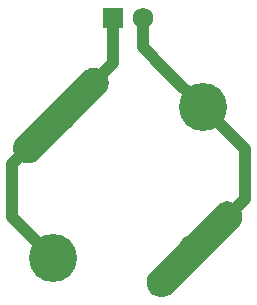
<source format=gtl>
G04 #@! TF.GenerationSoftware,KiCad,Pcbnew,6.0.0-rc1-unknown-7dfc4e3~65~ubuntu18.04.1*
G04 #@! TF.CreationDate,2018-07-28T12:11:48+05:30*
G04 #@! TF.ProjectId,airmount,6169726D6F756E742E6B696361645F70,rev?*
G04 #@! TF.SameCoordinates,Original*
G04 #@! TF.FileFunction,Copper,L1,Top,Signal*
G04 #@! TF.FilePolarity,Positive*
%FSLAX46Y46*%
G04 Gerber Fmt 4.6, Leading zero omitted, Abs format (unit mm)*
G04 Created by KiCad (PCBNEW 6.0.0-rc1-unknown-7dfc4e3~65~ubuntu18.04.1) date Sat Jul 28 12:11:48 2018*
%MOMM*%
%LPD*%
G01*
G04 APERTURE LIST*
G04 #@! TA.AperFunction,ComponentPad*
%ADD10C,4.064000*%
G04 #@! TD*
G04 #@! TA.AperFunction,Conductor*
%ADD11C,0.100000*%
G04 #@! TD*
G04 #@! TA.AperFunction,ComponentPad*
%ADD12C,2.540000*%
G04 #@! TD*
G04 #@! TA.AperFunction,ComponentPad*
%ADD13R,1.750000X1.750000*%
G04 #@! TD*
G04 #@! TA.AperFunction,ComponentPad*
%ADD14C,1.750000*%
G04 #@! TD*
G04 #@! TA.AperFunction,ViaPad*
%ADD15C,0.800000*%
G04 #@! TD*
G04 #@! TA.AperFunction,Conductor*
%ADD16C,1.016000*%
G04 #@! TD*
G04 APERTURE END LIST*
D10*
G04 #@! TO.P,M1,2*
G04 #@! TO.N,GND*
X133358021Y-82541979D03*
G04 #@! TO.P,M1,1*
G04 #@! TO.N,Net-(J1-Pad1)*
X120641979Y-95258021D03*
G04 #@! TD*
D11*
G04 #@! TO.N,GND*
G04 #@! TO.C,M2*
G36*
X135565922Y-90509796D02*
X135689205Y-90528084D01*
X135810102Y-90558367D01*
X135927448Y-90600354D01*
X136040114Y-90653641D01*
X136147014Y-90717715D01*
X136247119Y-90791958D01*
X136339466Y-90875655D01*
X136339467Y-90875656D01*
X136423164Y-90968003D01*
X136497407Y-91068108D01*
X136561481Y-91175008D01*
X136614768Y-91287674D01*
X136656755Y-91405020D01*
X136687038Y-91525917D01*
X136705326Y-91649200D01*
X136711441Y-91773682D01*
X136705326Y-91898164D01*
X136687038Y-92021447D01*
X136656755Y-92142344D01*
X136614768Y-92259690D01*
X136561481Y-92372356D01*
X136497407Y-92479256D01*
X136423164Y-92579361D01*
X136339467Y-92671708D01*
X130771708Y-98239467D01*
X130679361Y-98323164D01*
X130579256Y-98397407D01*
X130472356Y-98461481D01*
X130359690Y-98514768D01*
X130242344Y-98556755D01*
X130121447Y-98587038D01*
X129998164Y-98605326D01*
X129873682Y-98611441D01*
X129749200Y-98605326D01*
X129625917Y-98587038D01*
X129505020Y-98556755D01*
X129387674Y-98514768D01*
X129275008Y-98461481D01*
X129168108Y-98397407D01*
X129068003Y-98323164D01*
X128975656Y-98239467D01*
X128975655Y-98239466D01*
X128891958Y-98147119D01*
X128817715Y-98047014D01*
X128753641Y-97940114D01*
X128700354Y-97827448D01*
X128658367Y-97710102D01*
X128628084Y-97589205D01*
X128609796Y-97465922D01*
X128603681Y-97341440D01*
X128609796Y-97216958D01*
X128628084Y-97093675D01*
X128658367Y-96972778D01*
X128700354Y-96855432D01*
X128753641Y-96742766D01*
X128817715Y-96635866D01*
X128891958Y-96535761D01*
X128975655Y-96443414D01*
X134543414Y-90875655D01*
X134635761Y-90791958D01*
X134735866Y-90717715D01*
X134842766Y-90653641D01*
X134955432Y-90600354D01*
X135072778Y-90558367D01*
X135193675Y-90528084D01*
X135316958Y-90509796D01*
X135441440Y-90503681D01*
X135565922Y-90509796D01*
X135565922Y-90509796D01*
G37*
D12*
G04 #@! TD*
G04 #@! TO.P,M2,2*
G04 #@! TO.N,GND*
X132657561Y-94557561D03*
D11*
G04 #@! TO.N,Net-(J1-Pad1)*
G04 #@! TO.C,M2*
G36*
X124250800Y-79194674D02*
X124374083Y-79212962D01*
X124494980Y-79243245D01*
X124612326Y-79285232D01*
X124724992Y-79338519D01*
X124831892Y-79402593D01*
X124931997Y-79476836D01*
X125024344Y-79560533D01*
X125024345Y-79560534D01*
X125108042Y-79652881D01*
X125182285Y-79752986D01*
X125246359Y-79859886D01*
X125299646Y-79972552D01*
X125341633Y-80089898D01*
X125371916Y-80210795D01*
X125390204Y-80334078D01*
X125396319Y-80458560D01*
X125390204Y-80583042D01*
X125371916Y-80706325D01*
X125341633Y-80827222D01*
X125299646Y-80944568D01*
X125246359Y-81057234D01*
X125182285Y-81164134D01*
X125108042Y-81264239D01*
X125024345Y-81356586D01*
X119456586Y-86924345D01*
X119364239Y-87008042D01*
X119264134Y-87082285D01*
X119157234Y-87146359D01*
X119044568Y-87199646D01*
X118927222Y-87241633D01*
X118806325Y-87271916D01*
X118683042Y-87290204D01*
X118558560Y-87296319D01*
X118434078Y-87290204D01*
X118310795Y-87271916D01*
X118189898Y-87241633D01*
X118072552Y-87199646D01*
X117959886Y-87146359D01*
X117852986Y-87082285D01*
X117752881Y-87008042D01*
X117660534Y-86924345D01*
X117660533Y-86924344D01*
X117576836Y-86831997D01*
X117502593Y-86731892D01*
X117438519Y-86624992D01*
X117385232Y-86512326D01*
X117343245Y-86394980D01*
X117312962Y-86274083D01*
X117294674Y-86150800D01*
X117288559Y-86026318D01*
X117294674Y-85901836D01*
X117312962Y-85778553D01*
X117343245Y-85657656D01*
X117385232Y-85540310D01*
X117438519Y-85427644D01*
X117502593Y-85320744D01*
X117576836Y-85220639D01*
X117660533Y-85128292D01*
X123228292Y-79560533D01*
X123320639Y-79476836D01*
X123420744Y-79402593D01*
X123527644Y-79338519D01*
X123640310Y-79285232D01*
X123757656Y-79243245D01*
X123878553Y-79212962D01*
X124001836Y-79194674D01*
X124126318Y-79188559D01*
X124250800Y-79194674D01*
X124250800Y-79194674D01*
G37*
D12*
G04 #@! TD*
G04 #@! TO.P,M2,1*
G04 #@! TO.N,Net-(J1-Pad1)*
X121342439Y-83242439D03*
D13*
G04 #@! TO.P,J1,1*
G04 #@! TO.N,Net-(J1-Pad1)*
X125780800Y-74941800D03*
D14*
G04 #@! TO.P,J1,2*
G04 #@! TO.N,GND*
X128280800Y-74941800D03*
G04 #@! TD*
D15*
G04 #@! TO.N,GND*
X128280800Y-77464758D03*
X130191042Y-79375000D03*
X136906000Y-86089958D03*
X136906000Y-90309122D03*
X136906000Y-88392000D03*
G04 #@! TD*
D16*
G04 #@! TO.N,GND*
X128280800Y-77464758D02*
X128280800Y-77464758D01*
X128280800Y-74941800D02*
X128280800Y-77464758D01*
X133358021Y-82541979D02*
X136906000Y-86089958D01*
X136906000Y-90309122D02*
X136906000Y-90309122D01*
X136906000Y-86089958D02*
X136906000Y-88392000D01*
X128280800Y-77464758D02*
X130191042Y-79375000D01*
X130191042Y-79375000D02*
X133358021Y-82541979D01*
X136906000Y-86089958D02*
X136906000Y-86089958D01*
X136906000Y-90309122D02*
X132657561Y-94557561D01*
X136906000Y-88392000D02*
X136906000Y-90309122D01*
G04 #@! TO.N,Net-(J1-Pad1)*
X125780800Y-78804078D02*
X121342439Y-83242439D01*
X125780800Y-74941800D02*
X125780800Y-78804078D01*
X120641979Y-95258021D02*
X117221000Y-91837042D01*
X117221000Y-87363878D02*
X121342439Y-83242439D01*
X117221000Y-91837042D02*
X117221000Y-87363878D01*
G04 #@! TD*
M02*

</source>
